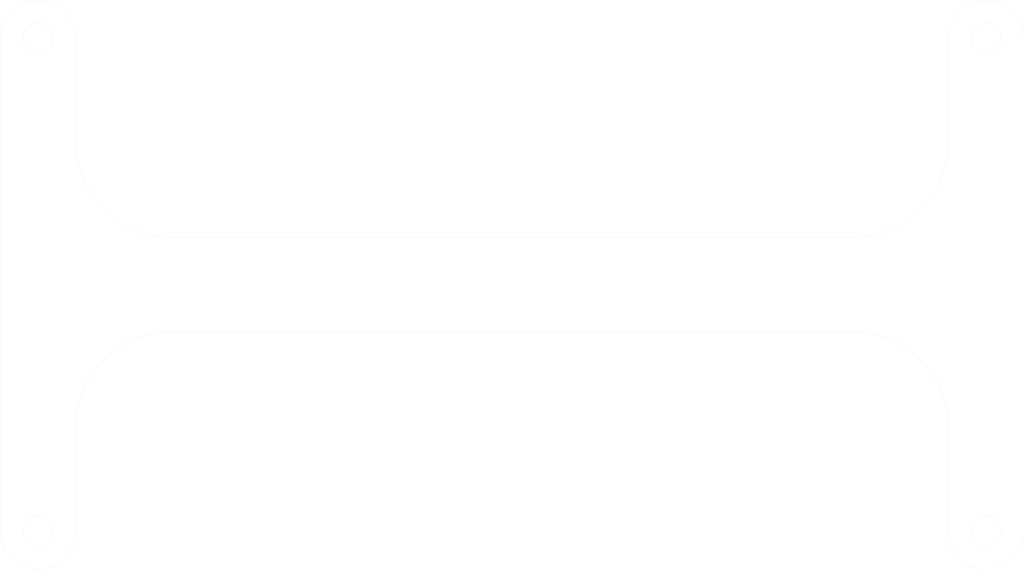
<source format=kicad_pcb>
(kicad_pcb (version 20221018) (generator pcbnew)

  (general
    (thickness 1.6)
  )

  (paper "A3")
  (layers
    (0 "F.Cu" signal)
    (31 "B.Cu" signal)
    (32 "B.Adhes" user "B.Adhesive")
    (33 "F.Adhes" user "F.Adhesive")
    (34 "B.Paste" user)
    (35 "F.Paste" user)
    (36 "B.SilkS" user "B.Silkscreen")
    (37 "F.SilkS" user "F.Silkscreen")
    (38 "B.Mask" user)
    (39 "F.Mask" user)
    (40 "Dwgs.User" user "User.Drawings")
    (41 "Cmts.User" user "User.Comments")
    (42 "Eco1.User" user "User.Eco1")
    (43 "Eco2.User" user "User.Eco2")
    (44 "Edge.Cuts" user)
    (45 "Margin" user)
    (46 "B.CrtYd" user "B.Courtyard")
    (47 "F.CrtYd" user "F.Courtyard")
    (48 "B.Fab" user)
    (49 "F.Fab" user)
    (50 "User.1" user)
    (51 "User.2" user)
    (52 "User.3" user)
    (53 "User.4" user)
    (54 "User.5" user)
    (55 "User.6" user)
    (56 "User.7" user)
    (57 "User.8" user)
    (58 "User.9" user)
  )

  (setup
    (stackup
      (layer "F.SilkS" (type "Top Silk Screen"))
      (layer "F.Paste" (type "Top Solder Paste"))
      (layer "F.Mask" (type "Top Solder Mask") (thickness 0.01))
      (layer "F.Cu" (type "copper") (thickness 0.035))
      (layer "dielectric 1" (type "core") (thickness 1.51) (material "FR4") (epsilon_r 4.5) (loss_tangent 0.02))
      (layer "B.Cu" (type "copper") (thickness 0.035))
      (layer "B.Mask" (type "Bottom Solder Mask") (thickness 0.01))
      (layer "B.Paste" (type "Bottom Solder Paste"))
      (layer "B.SilkS" (type "Bottom Silk Screen"))
      (copper_finish "None")
      (dielectric_constraints no)
    )
    (pad_to_mask_clearance 0)
    (aux_axis_origin 150 150)
    (pcbplotparams
      (layerselection 0x00010fc_ffffffff)
      (plot_on_all_layers_selection 0x0000000_00000000)
      (disableapertmacros false)
      (usegerberextensions false)
      (usegerberattributes true)
      (usegerberadvancedattributes true)
      (creategerberjobfile true)
      (dashed_line_dash_ratio 12.000000)
      (dashed_line_gap_ratio 3.000000)
      (svgprecision 6)
      (plotframeref false)
      (viasonmask false)
      (mode 1)
      (useauxorigin false)
      (hpglpennumber 1)
      (hpglpenspeed 20)
      (hpglpendiameter 15.000000)
      (dxfpolygonmode true)
      (dxfimperialunits true)
      (dxfusepcbnewfont true)
      (psnegative false)
      (psa4output false)
      (plotreference true)
      (plotvalue true)
      (plotinvisibletext false)
      (sketchpadsonfab false)
      (subtractmaskfromsilk false)
      (outputformat 1)
      (mirror false)
      (drillshape 0)
      (scaleselection 1)
      (outputdirectory "MFR/")
    )
  )

  (net 0 "")

  (gr_line (start 95.999999 124) (end 95.999999 176)
    (stroke (width 0.01) (type solid)) (layer "Edge.Cuts") (tstamp 28bb76d0-3937-436b-9624-e40eb57e9c62))
  (gr_arc (start 196.000001 124) (mid 200 120.000001) (end 204.000001 124.000001)
    (stroke (width 0.01) (type solid)) (layer "Edge.Cuts") (tstamp 2984fc0d-aab2-4ec3-8b01-e5224d279e3d))
  (gr_line (start 196.000001 165) (end 196.000001 176)
    (stroke (width 0.01) (type solid)) (layer "Edge.Cuts") (tstamp 3ae4630a-bfc1-4c5e-a72f-61811d59627a))
  (gr_line (start 103.999999 176) (end 103.999999 165)
    (stroke (width 0.01) (type solid)) (layer "Edge.Cuts") (tstamp 41856fbb-f88b-44d4-8d83-550d7fde1eea))
  (gr_line (start 186.000001 145) (end 113.999999 145)
    (stroke (width 0.01) (type solid)) (layer "Edge.Cuts") (tstamp 4d0ccb26-df46-4a3f-8801-793b1a8c231c))
  (gr_arc (start 186.000001 155) (mid 193.071068 157.928933) (end 196.000001 165)
    (stroke (width 0.01) (type solid)) (layer "Edge.Cuts") (tstamp 682f3670-0e9b-40c0-a3e8-2172731000e0))
  (gr_arc (start 103.999999 176) (mid 99.999999 180) (end 95.999999 176)
    (stroke (width 0.01) (type solid)) (layer "Edge.Cuts") (tstamp 69169fd4-68bf-456c-a299-183f144d9a1b))
  (gr_circle (center 99.999999 176) (end 101.599999 176)
    (stroke (width 0.01) (type solid)) (fill none) (layer "Edge.Cuts") (tstamp 6c1516a4-abf4-46f7-a30c-f3e7fbbc323b))
  (gr_arc (start 204.000001 176.000002) (mid 199.999999 180.000001) (end 196.000001 176)
    (stroke (width 0.01) (type solid)) (layer "Edge.Cuts") (tstamp 741b52e1-9b3d-4825-8927-a16d4f3390b7))
  (gr_arc (start 103.999999 165) (mid 106.928931 157.928932) (end 113.999999 155)
    (stroke (width 0.01) (type solid)) (layer "Edge.Cuts") (tstamp 8c5ac667-fb3f-4bef-b0e4-03cdb8979fff))
  (gr_circle (center 200.000001 176) (end 201.600001 176)
    (stroke (width 0.01) (type solid)) (fill none) (layer "Edge.Cuts") (tstamp 906707d8-4280-4bf2-8796-3e2c69d66e9f))
  (gr_line (start 113.999999 155) (end 186.000001 155)
    (stroke (width 0.01) (type solid)) (layer "Edge.Cuts") (tstamp 9b0d1d41-3d03-4881-aa4b-bd9443579d07))
  (gr_circle (center 200.000001 124) (end 201.600001 124)
    (stroke (width 0.01) (type solid)) (fill none) (layer "Edge.Cuts") (tstamp aac36dde-6a42-42d0-9a43-e5e8aaf1dd84))
  (gr_arc (start 95.999999 124) (mid 99.999999 120) (end 103.999999 124)
    (stroke (width 0.01) (type solid)) (layer "Edge.Cuts") (tstamp ab68e8d4-cacf-4750-9fec-66e0ff001d91))
  (gr_line (start 204.000001 176.000002) (end 204.000001 124.000001)
    (stroke (width 0.01) (type solid)) (layer "Edge.Cuts") (tstamp ae9b4730-2a0d-437e-b3a7-922e377c86cf))
  (gr_line (start 196.000001 124) (end 196.000001 135)
    (stroke (width 0.01) (type solid)) (layer "Edge.Cuts") (tstamp c471e762-bdff-440a-89cd-0333ecf412bc))
  (gr_arc (start 113.999999 145) (mid 106.928931 142.071068) (end 103.999999 135)
    (stroke (width 0.01) (type solid)) (layer "Edge.Cuts") (tstamp c5919acb-350b-4ba5-9fc2-b96d56d5fc14))
  (gr_circle (center 99.999999 124) (end 101.599999 124)
    (stroke (width 0.01) (type solid)) (fill none) (layer "Edge.Cuts") (tstamp d0d0757d-4a09-48fb-ac38-1a433d5f1280))
  (gr_arc (start 196.000001 135) (mid 193.071069 142.071068) (end 186.000001 145)
    (stroke (width 0.01) (type solid)) (layer "Edge.Cuts") (tstamp fac96462-2a71-4be5-8e54-e59ae6f857a8))
  (gr_line (start 103.999999 135) (end 103.999999 124)
    (stroke (width 0.01) (type solid)) (layer "Edge.Cuts") (tstamp fd8466d5-311a-4cbb-92f1-b7b12656de39))

  (group "" (id bcdac20c-7b20-492d-b7da-18008c349d35)
    (members
      28bb76d0-3937-436b-9624-e40eb57e9c62
      2984fc0d-aab2-4ec3-8b01-e5224d279e3d
      3ae4630a-bfc1-4c5e-a72f-61811d59627a
      41856fbb-f88b-44d4-8d83-550d7fde1eea
      4d0ccb26-df46-4a3f-8801-793b1a8c231c
      682f3670-0e9b-40c0-a3e8-2172731000e0
      69169fd4-68bf-456c-a299-183f144d9a1b
      6c1516a4-abf4-46f7-a30c-f3e7fbbc323b
      741b52e1-9b3d-4825-8927-a16d4f3390b7
      8c5ac667-fb3f-4bef-b0e4-03cdb8979fff
      906707d8-4280-4bf2-8796-3e2c69d66e9f
      9b0d1d41-3d03-4881-aa4b-bd9443579d07
      aac36dde-6a42-42d0-9a43-e5e8aaf1dd84
      ab68e8d4-cacf-4750-9fec-66e0ff001d91
      ae9b4730-2a0d-437e-b3a7-922e377c86cf
      c471e762-bdff-440a-89cd-0333ecf412bc
      c5919acb-350b-4ba5-9fc2-b96d56d5fc14
      d0d0757d-4a09-48fb-ac38-1a433d5f1280
      fac96462-2a71-4be5-8e54-e59ae6f857a8
      fd8466d5-311a-4cbb-92f1-b7b12656de39
    )
  )
)

</source>
